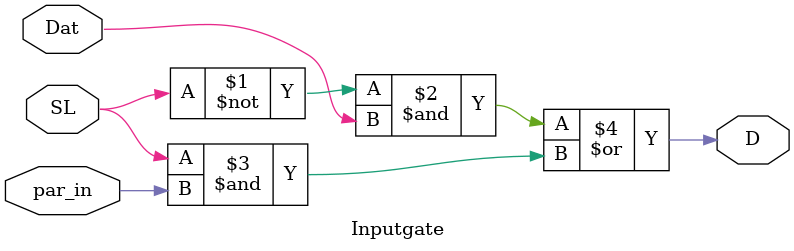
<source format=v>
module Inputgate(
    input SL,
    input Dat,
    input par_in,
    output D
);
assign D = (~SL & Dat) | (SL & par_in);
endmodule
</source>
